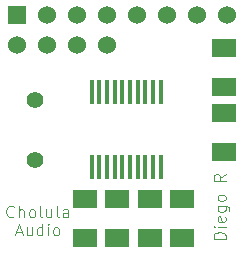
<source format=gts>
G04 (created by PCBNEW (2013-07-07 BZR 4022)-stable) date 30/09/2014 17:20:54*
%MOIN*%
G04 Gerber Fmt 3.4, Leading zero omitted, Abs format*
%FSLAX34Y34*%
G01*
G70*
G90*
G04 APERTURE LIST*
%ADD10C,0.00590551*%
%ADD11C,0.00472441*%
%ADD12R,0.016X0.0787402*%
%ADD13R,0.08X0.06*%
%ADD14R,0.06X0.06*%
%ADD15C,0.06*%
%ADD16C,0.056*%
G04 APERTURE END LIST*
G54D10*
G54D11*
X45533Y-23804D02*
X45139Y-23804D01*
X45139Y-23711D01*
X45158Y-23654D01*
X45195Y-23617D01*
X45233Y-23598D01*
X45308Y-23579D01*
X45364Y-23579D01*
X45439Y-23598D01*
X45477Y-23617D01*
X45514Y-23654D01*
X45533Y-23711D01*
X45533Y-23804D01*
X45533Y-23411D02*
X45270Y-23411D01*
X45139Y-23411D02*
X45158Y-23429D01*
X45177Y-23411D01*
X45158Y-23392D01*
X45139Y-23411D01*
X45177Y-23411D01*
X45514Y-23073D02*
X45533Y-23111D01*
X45533Y-23186D01*
X45514Y-23223D01*
X45477Y-23242D01*
X45327Y-23242D01*
X45289Y-23223D01*
X45270Y-23186D01*
X45270Y-23111D01*
X45289Y-23073D01*
X45327Y-23054D01*
X45364Y-23054D01*
X45402Y-23242D01*
X45270Y-22717D02*
X45589Y-22717D01*
X45627Y-22736D01*
X45645Y-22754D01*
X45664Y-22792D01*
X45664Y-22848D01*
X45645Y-22886D01*
X45514Y-22717D02*
X45533Y-22754D01*
X45533Y-22829D01*
X45514Y-22867D01*
X45495Y-22886D01*
X45458Y-22904D01*
X45345Y-22904D01*
X45308Y-22886D01*
X45289Y-22867D01*
X45270Y-22829D01*
X45270Y-22754D01*
X45289Y-22717D01*
X45533Y-22473D02*
X45514Y-22511D01*
X45495Y-22529D01*
X45458Y-22548D01*
X45345Y-22548D01*
X45308Y-22529D01*
X45289Y-22511D01*
X45270Y-22473D01*
X45270Y-22417D01*
X45289Y-22380D01*
X45308Y-22361D01*
X45345Y-22342D01*
X45458Y-22342D01*
X45495Y-22361D01*
X45514Y-22380D01*
X45533Y-22417D01*
X45533Y-22473D01*
X45533Y-21648D02*
X45345Y-21780D01*
X45533Y-21873D02*
X45139Y-21873D01*
X45139Y-21723D01*
X45158Y-21686D01*
X45177Y-21667D01*
X45214Y-21648D01*
X45270Y-21648D01*
X45308Y-21667D01*
X45327Y-21686D01*
X45345Y-21723D01*
X45345Y-21873D01*
X38474Y-23054D02*
X38456Y-23073D01*
X38399Y-23092D01*
X38362Y-23092D01*
X38306Y-23073D01*
X38268Y-23036D01*
X38249Y-22998D01*
X38231Y-22923D01*
X38231Y-22867D01*
X38249Y-22792D01*
X38268Y-22754D01*
X38306Y-22717D01*
X38362Y-22698D01*
X38399Y-22698D01*
X38456Y-22717D01*
X38474Y-22736D01*
X38643Y-23092D02*
X38643Y-22698D01*
X38812Y-23092D02*
X38812Y-22886D01*
X38793Y-22848D01*
X38756Y-22829D01*
X38699Y-22829D01*
X38662Y-22848D01*
X38643Y-22867D01*
X39056Y-23092D02*
X39018Y-23073D01*
X38999Y-23054D01*
X38981Y-23017D01*
X38981Y-22904D01*
X38999Y-22867D01*
X39018Y-22848D01*
X39056Y-22829D01*
X39112Y-22829D01*
X39149Y-22848D01*
X39168Y-22867D01*
X39187Y-22904D01*
X39187Y-23017D01*
X39168Y-23054D01*
X39149Y-23073D01*
X39112Y-23092D01*
X39056Y-23092D01*
X39412Y-23092D02*
X39374Y-23073D01*
X39356Y-23036D01*
X39356Y-22698D01*
X39730Y-22829D02*
X39730Y-23092D01*
X39562Y-22829D02*
X39562Y-23036D01*
X39580Y-23073D01*
X39618Y-23092D01*
X39674Y-23092D01*
X39712Y-23073D01*
X39730Y-23054D01*
X39974Y-23092D02*
X39937Y-23073D01*
X39918Y-23036D01*
X39918Y-22698D01*
X40293Y-23092D02*
X40293Y-22886D01*
X40274Y-22848D01*
X40237Y-22829D01*
X40162Y-22829D01*
X40124Y-22848D01*
X40293Y-23073D02*
X40255Y-23092D01*
X40162Y-23092D01*
X40124Y-23073D01*
X40105Y-23036D01*
X40105Y-22998D01*
X40124Y-22961D01*
X40162Y-22942D01*
X40255Y-22942D01*
X40293Y-22923D01*
X38549Y-23578D02*
X38737Y-23578D01*
X38512Y-23690D02*
X38643Y-23297D01*
X38774Y-23690D01*
X39074Y-23428D02*
X39074Y-23690D01*
X38906Y-23428D02*
X38906Y-23634D01*
X38924Y-23672D01*
X38962Y-23690D01*
X39018Y-23690D01*
X39056Y-23672D01*
X39074Y-23653D01*
X39431Y-23690D02*
X39431Y-23297D01*
X39431Y-23672D02*
X39393Y-23690D01*
X39318Y-23690D01*
X39281Y-23672D01*
X39262Y-23653D01*
X39243Y-23615D01*
X39243Y-23503D01*
X39262Y-23465D01*
X39281Y-23447D01*
X39318Y-23428D01*
X39393Y-23428D01*
X39431Y-23447D01*
X39618Y-23690D02*
X39618Y-23428D01*
X39618Y-23297D02*
X39599Y-23315D01*
X39618Y-23334D01*
X39637Y-23315D01*
X39618Y-23297D01*
X39618Y-23334D01*
X39862Y-23690D02*
X39824Y-23672D01*
X39805Y-23653D01*
X39787Y-23615D01*
X39787Y-23503D01*
X39805Y-23465D01*
X39824Y-23447D01*
X39862Y-23428D01*
X39918Y-23428D01*
X39955Y-23447D01*
X39974Y-23465D01*
X39993Y-23503D01*
X39993Y-23615D01*
X39974Y-23653D01*
X39955Y-23672D01*
X39918Y-23690D01*
X39862Y-23690D01*
G54D12*
X43374Y-18930D03*
X43124Y-18930D03*
X42864Y-18930D03*
X42604Y-18930D03*
X42354Y-18930D03*
X42094Y-18930D03*
X41834Y-18930D03*
X41584Y-18930D03*
X41324Y-18930D03*
X41074Y-18930D03*
X41074Y-21424D03*
X41324Y-21424D03*
X41584Y-21424D03*
X41834Y-21424D03*
X42094Y-21424D03*
X42354Y-21424D03*
X42604Y-21424D03*
X42864Y-21424D03*
X43124Y-21424D03*
X43374Y-21424D03*
G54D13*
X45472Y-19625D03*
X45472Y-20925D03*
X40846Y-22479D03*
X40846Y-23779D03*
X45472Y-18760D03*
X45472Y-17460D03*
X41929Y-22479D03*
X41929Y-23779D03*
X43011Y-22479D03*
X43011Y-23779D03*
X44094Y-22479D03*
X44094Y-23779D03*
G54D14*
X38582Y-16338D03*
G54D15*
X44582Y-16338D03*
X39582Y-16338D03*
X45582Y-16338D03*
X40582Y-16338D03*
X41582Y-16338D03*
X42582Y-16338D03*
X43582Y-16338D03*
X41582Y-17338D03*
X40582Y-17338D03*
X39582Y-17338D03*
X38582Y-17338D03*
G54D16*
X39173Y-21177D03*
X39173Y-19177D03*
M02*

</source>
